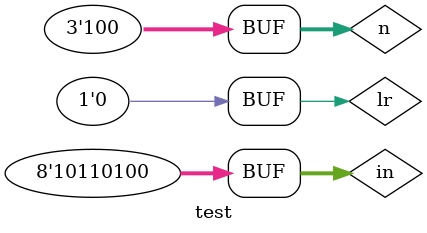
<source format=v>
module barrelshifter(in,n,lr,out);
input [7:0] in;
input [2:0]n;
input lr;
output reg [7:0]out;
always @(*)begin
if(lr) begin
out= in << n;
end
else begin
out=in >> n;
end
end
endmodule
module test();
reg [7:0] in;
reg [2:0]n;
reg lr;
wire [7:0]out;
barrelshifter DUT(.in(in),.n(n),.lr(lr),.out(out));
initial begin 
#10;
in=8'b10110100;n=3'b011;lr=1'b1;
#10;
in=8'b10110100;n=3'b001;lr=1'b0;
#10;
in=8'b10110100;n=3'b010;lr=1'b1;
#10;
in=8'b10110100;n=3'b100;lr=1'b0;
end
initial begin
$monitor("time=%d,in=%b,n=%b,lr=%b,out=%b",$time,in,n,lr,out);
$dumpfile("barrelshifter.vcd");
$dumpvars();
end
endmodule

</source>
